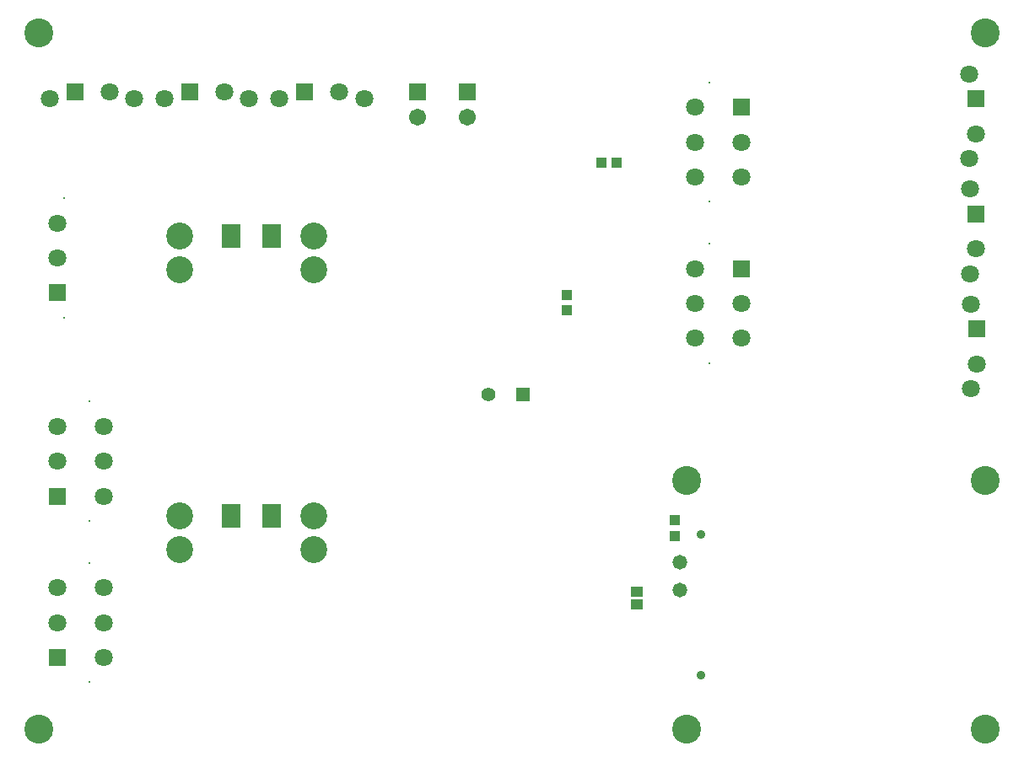
<source format=gbs>
G04 Layer_Color=16711935*
%FSLAX25Y25*%
%MOIN*%
G70*
G01*
G75*
%ADD73R,0.04147X0.04147*%
%ADD74R,0.04147X0.04147*%
%ADD85R,0.04537X0.04143*%
%ADD96C,0.00800*%
%ADD97C,0.07099*%
%ADD98R,0.07099X0.07099*%
%ADD99C,0.11430*%
%ADD100R,0.07099X0.07099*%
%ADD101C,0.10642*%
%ADD102C,0.05524*%
%ADD103R,0.05524X0.05524*%
%ADD104C,0.06706*%
%ADD105R,0.06706X0.06706*%
%ADD106C,0.03556*%
%ADD107C,0.05800*%
%ADD108R,0.07800X0.09300*%
D73*
X232000Y233787D02*
D03*
X238102D02*
D03*
D74*
X218561Y175554D02*
D03*
Y181657D02*
D03*
X261000Y92551D02*
D03*
Y86449D02*
D03*
D85*
X246000Y64445D02*
D03*
Y59130D02*
D03*
D96*
X19744Y219909D02*
D03*
Y172665D02*
D03*
X274890Y154688D02*
D03*
Y201932D02*
D03*
Y218468D02*
D03*
Y265712D02*
D03*
X29784Y75732D02*
D03*
Y28488D02*
D03*
Y139511D02*
D03*
Y92267D02*
D03*
D97*
X17264Y210067D02*
D03*
Y196287D02*
D03*
X269300Y192090D02*
D03*
Y178310D02*
D03*
Y164531D02*
D03*
X287410D02*
D03*
Y178310D02*
D03*
X269300Y255869D02*
D03*
Y242090D02*
D03*
Y228310D02*
D03*
X287410D02*
D03*
Y242090D02*
D03*
X35374Y38330D02*
D03*
Y52110D02*
D03*
Y65889D02*
D03*
X17264D02*
D03*
Y52110D02*
D03*
X35374Y102110D02*
D03*
Y115889D02*
D03*
Y129669D02*
D03*
X17264D02*
D03*
Y115889D02*
D03*
X138345Y259409D02*
D03*
X104880D02*
D03*
X128502Y261890D02*
D03*
X380300Y199890D02*
D03*
X377820Y223512D02*
D03*
Y190047D02*
D03*
X377520Y235547D02*
D03*
Y269012D02*
D03*
X380000Y245390D02*
D03*
X380500Y154390D02*
D03*
X378020Y178012D02*
D03*
Y144547D02*
D03*
X83142Y261890D02*
D03*
X59520Y259409D02*
D03*
X92984D02*
D03*
X47624D02*
D03*
X14160D02*
D03*
X37782Y261890D02*
D03*
D98*
X17264Y182508D02*
D03*
X287410Y192090D02*
D03*
Y255869D02*
D03*
X17264Y38330D02*
D03*
Y102110D02*
D03*
X380300Y213669D02*
D03*
X380000Y259169D02*
D03*
X380500Y168169D02*
D03*
D99*
X383858Y285433D02*
D03*
X9843Y9843D02*
D03*
Y285433D02*
D03*
X265748Y9843D02*
D03*
X383858D02*
D03*
Y108268D02*
D03*
X265748D02*
D03*
D100*
X114723Y261890D02*
D03*
X69362D02*
D03*
X24002D02*
D03*
D101*
X65472Y204838D02*
D03*
X118503D02*
D03*
X65472Y191453D02*
D03*
X118503D02*
D03*
X65472Y94275D02*
D03*
X118503D02*
D03*
X65472Y80889D02*
D03*
X118503D02*
D03*
D102*
X187508Y142232D02*
D03*
D103*
X201287D02*
D03*
D104*
X159500Y251890D02*
D03*
X179000D02*
D03*
D105*
X159500Y261890D02*
D03*
X179000D02*
D03*
D106*
X271654Y86811D02*
D03*
Y31299D02*
D03*
D107*
X263000Y76000D02*
D03*
Y65000D02*
D03*
D108*
X85829Y94275D02*
D03*
X101829D02*
D03*
X85898Y204839D02*
D03*
X101898D02*
D03*
M02*

</source>
